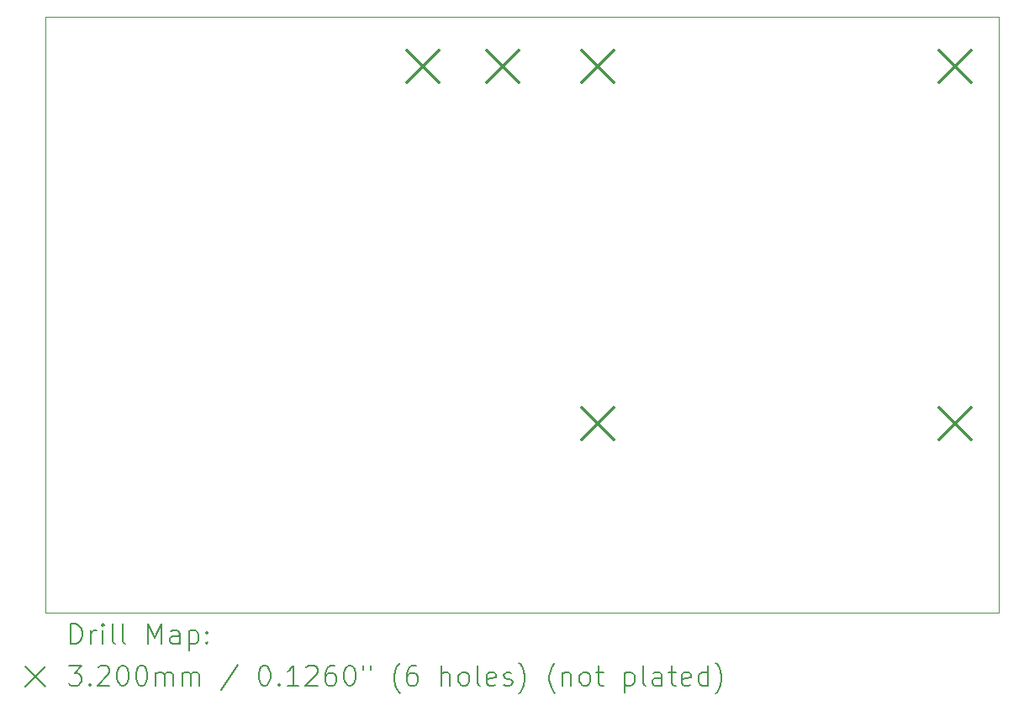
<source format=gbr>
%TF.GenerationSoftware,KiCad,Pcbnew,(6.0.11)*%
%TF.CreationDate,2023-01-29T20:34:46-05:00*%
%TF.ProjectId,Coil_Winder,436f696c-5f57-4696-9e64-65722e6b6963,rev?*%
%TF.SameCoordinates,Original*%
%TF.FileFunction,Drillmap*%
%TF.FilePolarity,Positive*%
%FSLAX45Y45*%
G04 Gerber Fmt 4.5, Leading zero omitted, Abs format (unit mm)*
G04 Created by KiCad (PCBNEW (6.0.11)) date 2023-01-29 20:34:46*
%MOMM*%
%LPD*%
G01*
G04 APERTURE LIST*
%ADD10C,0.100000*%
%ADD11C,0.200000*%
%ADD12C,0.320000*%
G04 APERTURE END LIST*
D10*
X5100000Y-12400000D02*
X14700000Y-12400000D01*
X14700000Y-12400000D02*
X14700000Y-6400000D01*
X14700000Y-6400000D02*
X5100000Y-6400000D01*
X5100000Y-6400000D02*
X5100000Y-12400000D01*
D11*
D12*
X8740000Y-6740000D02*
X9060000Y-7060000D01*
X9060000Y-6740000D02*
X8740000Y-7060000D01*
X9540000Y-6740000D02*
X9860000Y-7060000D01*
X9860000Y-6740000D02*
X9540000Y-7060000D01*
X10500000Y-6740000D02*
X10820000Y-7060000D01*
X10820000Y-6740000D02*
X10500000Y-7060000D01*
X10500000Y-10340000D02*
X10820000Y-10660000D01*
X10820000Y-10340000D02*
X10500000Y-10660000D01*
X14100000Y-6740000D02*
X14420000Y-7060000D01*
X14420000Y-6740000D02*
X14100000Y-7060000D01*
X14100000Y-10340000D02*
X14420000Y-10660000D01*
X14420000Y-10340000D02*
X14100000Y-10660000D01*
D11*
X5352619Y-12715476D02*
X5352619Y-12515476D01*
X5400238Y-12515476D01*
X5428810Y-12525000D01*
X5447857Y-12544048D01*
X5457381Y-12563095D01*
X5466905Y-12601190D01*
X5466905Y-12629762D01*
X5457381Y-12667857D01*
X5447857Y-12686905D01*
X5428810Y-12705952D01*
X5400238Y-12715476D01*
X5352619Y-12715476D01*
X5552619Y-12715476D02*
X5552619Y-12582143D01*
X5552619Y-12620238D02*
X5562143Y-12601190D01*
X5571667Y-12591667D01*
X5590714Y-12582143D01*
X5609762Y-12582143D01*
X5676428Y-12715476D02*
X5676428Y-12582143D01*
X5676428Y-12515476D02*
X5666905Y-12525000D01*
X5676428Y-12534524D01*
X5685952Y-12525000D01*
X5676428Y-12515476D01*
X5676428Y-12534524D01*
X5800238Y-12715476D02*
X5781190Y-12705952D01*
X5771667Y-12686905D01*
X5771667Y-12515476D01*
X5905000Y-12715476D02*
X5885952Y-12705952D01*
X5876428Y-12686905D01*
X5876428Y-12515476D01*
X6133571Y-12715476D02*
X6133571Y-12515476D01*
X6200238Y-12658333D01*
X6266905Y-12515476D01*
X6266905Y-12715476D01*
X6447857Y-12715476D02*
X6447857Y-12610714D01*
X6438333Y-12591667D01*
X6419286Y-12582143D01*
X6381190Y-12582143D01*
X6362143Y-12591667D01*
X6447857Y-12705952D02*
X6428809Y-12715476D01*
X6381190Y-12715476D01*
X6362143Y-12705952D01*
X6352619Y-12686905D01*
X6352619Y-12667857D01*
X6362143Y-12648809D01*
X6381190Y-12639286D01*
X6428809Y-12639286D01*
X6447857Y-12629762D01*
X6543095Y-12582143D02*
X6543095Y-12782143D01*
X6543095Y-12591667D02*
X6562143Y-12582143D01*
X6600238Y-12582143D01*
X6619286Y-12591667D01*
X6628809Y-12601190D01*
X6638333Y-12620238D01*
X6638333Y-12677381D01*
X6628809Y-12696428D01*
X6619286Y-12705952D01*
X6600238Y-12715476D01*
X6562143Y-12715476D01*
X6543095Y-12705952D01*
X6724048Y-12696428D02*
X6733571Y-12705952D01*
X6724048Y-12715476D01*
X6714524Y-12705952D01*
X6724048Y-12696428D01*
X6724048Y-12715476D01*
X6724048Y-12591667D02*
X6733571Y-12601190D01*
X6724048Y-12610714D01*
X6714524Y-12601190D01*
X6724048Y-12591667D01*
X6724048Y-12610714D01*
X4895000Y-12945000D02*
X5095000Y-13145000D01*
X5095000Y-12945000D02*
X4895000Y-13145000D01*
X5333571Y-12935476D02*
X5457381Y-12935476D01*
X5390714Y-13011667D01*
X5419286Y-13011667D01*
X5438333Y-13021190D01*
X5447857Y-13030714D01*
X5457381Y-13049762D01*
X5457381Y-13097381D01*
X5447857Y-13116428D01*
X5438333Y-13125952D01*
X5419286Y-13135476D01*
X5362143Y-13135476D01*
X5343095Y-13125952D01*
X5333571Y-13116428D01*
X5543095Y-13116428D02*
X5552619Y-13125952D01*
X5543095Y-13135476D01*
X5533571Y-13125952D01*
X5543095Y-13116428D01*
X5543095Y-13135476D01*
X5628809Y-12954524D02*
X5638333Y-12945000D01*
X5657381Y-12935476D01*
X5705000Y-12935476D01*
X5724048Y-12945000D01*
X5733571Y-12954524D01*
X5743095Y-12973571D01*
X5743095Y-12992619D01*
X5733571Y-13021190D01*
X5619286Y-13135476D01*
X5743095Y-13135476D01*
X5866905Y-12935476D02*
X5885952Y-12935476D01*
X5905000Y-12945000D01*
X5914524Y-12954524D01*
X5924048Y-12973571D01*
X5933571Y-13011667D01*
X5933571Y-13059286D01*
X5924048Y-13097381D01*
X5914524Y-13116428D01*
X5905000Y-13125952D01*
X5885952Y-13135476D01*
X5866905Y-13135476D01*
X5847857Y-13125952D01*
X5838333Y-13116428D01*
X5828809Y-13097381D01*
X5819286Y-13059286D01*
X5819286Y-13011667D01*
X5828809Y-12973571D01*
X5838333Y-12954524D01*
X5847857Y-12945000D01*
X5866905Y-12935476D01*
X6057381Y-12935476D02*
X6076428Y-12935476D01*
X6095476Y-12945000D01*
X6105000Y-12954524D01*
X6114524Y-12973571D01*
X6124048Y-13011667D01*
X6124048Y-13059286D01*
X6114524Y-13097381D01*
X6105000Y-13116428D01*
X6095476Y-13125952D01*
X6076428Y-13135476D01*
X6057381Y-13135476D01*
X6038333Y-13125952D01*
X6028809Y-13116428D01*
X6019286Y-13097381D01*
X6009762Y-13059286D01*
X6009762Y-13011667D01*
X6019286Y-12973571D01*
X6028809Y-12954524D01*
X6038333Y-12945000D01*
X6057381Y-12935476D01*
X6209762Y-13135476D02*
X6209762Y-13002143D01*
X6209762Y-13021190D02*
X6219286Y-13011667D01*
X6238333Y-13002143D01*
X6266905Y-13002143D01*
X6285952Y-13011667D01*
X6295476Y-13030714D01*
X6295476Y-13135476D01*
X6295476Y-13030714D02*
X6305000Y-13011667D01*
X6324048Y-13002143D01*
X6352619Y-13002143D01*
X6371667Y-13011667D01*
X6381190Y-13030714D01*
X6381190Y-13135476D01*
X6476428Y-13135476D02*
X6476428Y-13002143D01*
X6476428Y-13021190D02*
X6485952Y-13011667D01*
X6505000Y-13002143D01*
X6533571Y-13002143D01*
X6552619Y-13011667D01*
X6562143Y-13030714D01*
X6562143Y-13135476D01*
X6562143Y-13030714D02*
X6571667Y-13011667D01*
X6590714Y-13002143D01*
X6619286Y-13002143D01*
X6638333Y-13011667D01*
X6647857Y-13030714D01*
X6647857Y-13135476D01*
X7038333Y-12925952D02*
X6866905Y-13183095D01*
X7295476Y-12935476D02*
X7314524Y-12935476D01*
X7333571Y-12945000D01*
X7343095Y-12954524D01*
X7352619Y-12973571D01*
X7362143Y-13011667D01*
X7362143Y-13059286D01*
X7352619Y-13097381D01*
X7343095Y-13116428D01*
X7333571Y-13125952D01*
X7314524Y-13135476D01*
X7295476Y-13135476D01*
X7276428Y-13125952D01*
X7266905Y-13116428D01*
X7257381Y-13097381D01*
X7247857Y-13059286D01*
X7247857Y-13011667D01*
X7257381Y-12973571D01*
X7266905Y-12954524D01*
X7276428Y-12945000D01*
X7295476Y-12935476D01*
X7447857Y-13116428D02*
X7457381Y-13125952D01*
X7447857Y-13135476D01*
X7438333Y-13125952D01*
X7447857Y-13116428D01*
X7447857Y-13135476D01*
X7647857Y-13135476D02*
X7533571Y-13135476D01*
X7590714Y-13135476D02*
X7590714Y-12935476D01*
X7571667Y-12964048D01*
X7552619Y-12983095D01*
X7533571Y-12992619D01*
X7724048Y-12954524D02*
X7733571Y-12945000D01*
X7752619Y-12935476D01*
X7800238Y-12935476D01*
X7819286Y-12945000D01*
X7828809Y-12954524D01*
X7838333Y-12973571D01*
X7838333Y-12992619D01*
X7828809Y-13021190D01*
X7714524Y-13135476D01*
X7838333Y-13135476D01*
X8009762Y-12935476D02*
X7971667Y-12935476D01*
X7952619Y-12945000D01*
X7943095Y-12954524D01*
X7924048Y-12983095D01*
X7914524Y-13021190D01*
X7914524Y-13097381D01*
X7924048Y-13116428D01*
X7933571Y-13125952D01*
X7952619Y-13135476D01*
X7990714Y-13135476D01*
X8009762Y-13125952D01*
X8019286Y-13116428D01*
X8028809Y-13097381D01*
X8028809Y-13049762D01*
X8019286Y-13030714D01*
X8009762Y-13021190D01*
X7990714Y-13011667D01*
X7952619Y-13011667D01*
X7933571Y-13021190D01*
X7924048Y-13030714D01*
X7914524Y-13049762D01*
X8152619Y-12935476D02*
X8171667Y-12935476D01*
X8190714Y-12945000D01*
X8200238Y-12954524D01*
X8209762Y-12973571D01*
X8219286Y-13011667D01*
X8219286Y-13059286D01*
X8209762Y-13097381D01*
X8200238Y-13116428D01*
X8190714Y-13125952D01*
X8171667Y-13135476D01*
X8152619Y-13135476D01*
X8133571Y-13125952D01*
X8124048Y-13116428D01*
X8114524Y-13097381D01*
X8105000Y-13059286D01*
X8105000Y-13011667D01*
X8114524Y-12973571D01*
X8124048Y-12954524D01*
X8133571Y-12945000D01*
X8152619Y-12935476D01*
X8295476Y-12935476D02*
X8295476Y-12973571D01*
X8371667Y-12935476D02*
X8371667Y-12973571D01*
X8666905Y-13211667D02*
X8657381Y-13202143D01*
X8638333Y-13173571D01*
X8628810Y-13154524D01*
X8619286Y-13125952D01*
X8609762Y-13078333D01*
X8609762Y-13040238D01*
X8619286Y-12992619D01*
X8628810Y-12964048D01*
X8638333Y-12945000D01*
X8657381Y-12916428D01*
X8666905Y-12906905D01*
X8828810Y-12935476D02*
X8790714Y-12935476D01*
X8771667Y-12945000D01*
X8762143Y-12954524D01*
X8743095Y-12983095D01*
X8733571Y-13021190D01*
X8733571Y-13097381D01*
X8743095Y-13116428D01*
X8752619Y-13125952D01*
X8771667Y-13135476D01*
X8809762Y-13135476D01*
X8828810Y-13125952D01*
X8838333Y-13116428D01*
X8847857Y-13097381D01*
X8847857Y-13049762D01*
X8838333Y-13030714D01*
X8828810Y-13021190D01*
X8809762Y-13011667D01*
X8771667Y-13011667D01*
X8752619Y-13021190D01*
X8743095Y-13030714D01*
X8733571Y-13049762D01*
X9085952Y-13135476D02*
X9085952Y-12935476D01*
X9171667Y-13135476D02*
X9171667Y-13030714D01*
X9162143Y-13011667D01*
X9143095Y-13002143D01*
X9114524Y-13002143D01*
X9095476Y-13011667D01*
X9085952Y-13021190D01*
X9295476Y-13135476D02*
X9276429Y-13125952D01*
X9266905Y-13116428D01*
X9257381Y-13097381D01*
X9257381Y-13040238D01*
X9266905Y-13021190D01*
X9276429Y-13011667D01*
X9295476Y-13002143D01*
X9324048Y-13002143D01*
X9343095Y-13011667D01*
X9352619Y-13021190D01*
X9362143Y-13040238D01*
X9362143Y-13097381D01*
X9352619Y-13116428D01*
X9343095Y-13125952D01*
X9324048Y-13135476D01*
X9295476Y-13135476D01*
X9476429Y-13135476D02*
X9457381Y-13125952D01*
X9447857Y-13106905D01*
X9447857Y-12935476D01*
X9628810Y-13125952D02*
X9609762Y-13135476D01*
X9571667Y-13135476D01*
X9552619Y-13125952D01*
X9543095Y-13106905D01*
X9543095Y-13030714D01*
X9552619Y-13011667D01*
X9571667Y-13002143D01*
X9609762Y-13002143D01*
X9628810Y-13011667D01*
X9638333Y-13030714D01*
X9638333Y-13049762D01*
X9543095Y-13068809D01*
X9714524Y-13125952D02*
X9733571Y-13135476D01*
X9771667Y-13135476D01*
X9790714Y-13125952D01*
X9800238Y-13106905D01*
X9800238Y-13097381D01*
X9790714Y-13078333D01*
X9771667Y-13068809D01*
X9743095Y-13068809D01*
X9724048Y-13059286D01*
X9714524Y-13040238D01*
X9714524Y-13030714D01*
X9724048Y-13011667D01*
X9743095Y-13002143D01*
X9771667Y-13002143D01*
X9790714Y-13011667D01*
X9866905Y-13211667D02*
X9876429Y-13202143D01*
X9895476Y-13173571D01*
X9905000Y-13154524D01*
X9914524Y-13125952D01*
X9924048Y-13078333D01*
X9924048Y-13040238D01*
X9914524Y-12992619D01*
X9905000Y-12964048D01*
X9895476Y-12945000D01*
X9876429Y-12916428D01*
X9866905Y-12906905D01*
X10228810Y-13211667D02*
X10219286Y-13202143D01*
X10200238Y-13173571D01*
X10190714Y-13154524D01*
X10181190Y-13125952D01*
X10171667Y-13078333D01*
X10171667Y-13040238D01*
X10181190Y-12992619D01*
X10190714Y-12964048D01*
X10200238Y-12945000D01*
X10219286Y-12916428D01*
X10228810Y-12906905D01*
X10305000Y-13002143D02*
X10305000Y-13135476D01*
X10305000Y-13021190D02*
X10314524Y-13011667D01*
X10333571Y-13002143D01*
X10362143Y-13002143D01*
X10381190Y-13011667D01*
X10390714Y-13030714D01*
X10390714Y-13135476D01*
X10514524Y-13135476D02*
X10495476Y-13125952D01*
X10485952Y-13116428D01*
X10476429Y-13097381D01*
X10476429Y-13040238D01*
X10485952Y-13021190D01*
X10495476Y-13011667D01*
X10514524Y-13002143D01*
X10543095Y-13002143D01*
X10562143Y-13011667D01*
X10571667Y-13021190D01*
X10581190Y-13040238D01*
X10581190Y-13097381D01*
X10571667Y-13116428D01*
X10562143Y-13125952D01*
X10543095Y-13135476D01*
X10514524Y-13135476D01*
X10638333Y-13002143D02*
X10714524Y-13002143D01*
X10666905Y-12935476D02*
X10666905Y-13106905D01*
X10676429Y-13125952D01*
X10695476Y-13135476D01*
X10714524Y-13135476D01*
X10933571Y-13002143D02*
X10933571Y-13202143D01*
X10933571Y-13011667D02*
X10952619Y-13002143D01*
X10990714Y-13002143D01*
X11009762Y-13011667D01*
X11019286Y-13021190D01*
X11028810Y-13040238D01*
X11028810Y-13097381D01*
X11019286Y-13116428D01*
X11009762Y-13125952D01*
X10990714Y-13135476D01*
X10952619Y-13135476D01*
X10933571Y-13125952D01*
X11143095Y-13135476D02*
X11124048Y-13125952D01*
X11114524Y-13106905D01*
X11114524Y-12935476D01*
X11305000Y-13135476D02*
X11305000Y-13030714D01*
X11295476Y-13011667D01*
X11276428Y-13002143D01*
X11238333Y-13002143D01*
X11219286Y-13011667D01*
X11305000Y-13125952D02*
X11285952Y-13135476D01*
X11238333Y-13135476D01*
X11219286Y-13125952D01*
X11209762Y-13106905D01*
X11209762Y-13087857D01*
X11219286Y-13068809D01*
X11238333Y-13059286D01*
X11285952Y-13059286D01*
X11305000Y-13049762D01*
X11371667Y-13002143D02*
X11447857Y-13002143D01*
X11400238Y-12935476D02*
X11400238Y-13106905D01*
X11409762Y-13125952D01*
X11428809Y-13135476D01*
X11447857Y-13135476D01*
X11590714Y-13125952D02*
X11571667Y-13135476D01*
X11533571Y-13135476D01*
X11514524Y-13125952D01*
X11505000Y-13106905D01*
X11505000Y-13030714D01*
X11514524Y-13011667D01*
X11533571Y-13002143D01*
X11571667Y-13002143D01*
X11590714Y-13011667D01*
X11600238Y-13030714D01*
X11600238Y-13049762D01*
X11505000Y-13068809D01*
X11771667Y-13135476D02*
X11771667Y-12935476D01*
X11771667Y-13125952D02*
X11752619Y-13135476D01*
X11714524Y-13135476D01*
X11695476Y-13125952D01*
X11685952Y-13116428D01*
X11676428Y-13097381D01*
X11676428Y-13040238D01*
X11685952Y-13021190D01*
X11695476Y-13011667D01*
X11714524Y-13002143D01*
X11752619Y-13002143D01*
X11771667Y-13011667D01*
X11847857Y-13211667D02*
X11857381Y-13202143D01*
X11876428Y-13173571D01*
X11885952Y-13154524D01*
X11895476Y-13125952D01*
X11905000Y-13078333D01*
X11905000Y-13040238D01*
X11895476Y-12992619D01*
X11885952Y-12964048D01*
X11876428Y-12945000D01*
X11857381Y-12916428D01*
X11847857Y-12906905D01*
M02*

</source>
